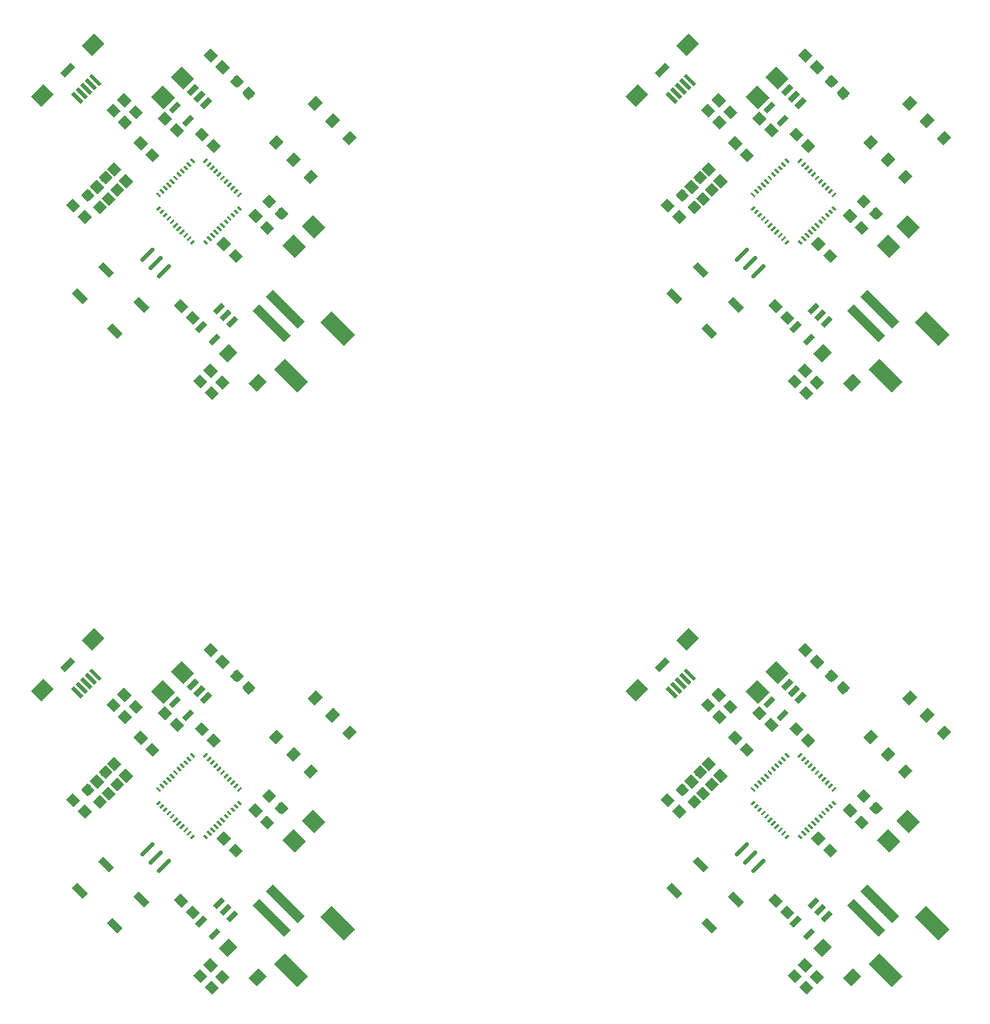
<source format=gtp>
G04 EAGLE Gerber RS-274X export*
G75*
%MOMM*%
%FSLAX34Y34*%
%LPD*%
%INSolderpaste Top*%
%IPPOS*%
%AMOC8*
5,1,8,0,0,1.08239X$1,22.5*%
G01*
%ADD10R,0.228600X0.546100*%
%ADD11R,0.550000X1.200000*%
%ADD12R,1.000000X4.600000*%
%ADD13R,3.400000X1.600000*%
%ADD14C,0.300000*%
%ADD15R,1.100000X1.000000*%
%ADD16R,1.000000X1.150000*%
%ADD17R,0.762000X1.524000*%
%ADD18R,1.600000X1.800000*%
%ADD19C,0.450000*%
%ADD20R,1.270000X1.470000*%
%ADD21R,0.400000X1.400000*%
%ADD22R,1.500000X1.800000*%
%ADD23R,0.700000X1.500000*%


D10*
G36*
X336432Y421272D02*
X334816Y422888D01*
X338676Y426748D01*
X340292Y425132D01*
X336432Y421272D01*
G37*
G36*
X339979Y417725D02*
X338363Y419341D01*
X342223Y423201D01*
X343839Y421585D01*
X339979Y417725D01*
G37*
G36*
X343347Y414357D02*
X341731Y415973D01*
X345591Y419833D01*
X347207Y418217D01*
X343347Y414357D01*
G37*
G36*
X346894Y410810D02*
X345278Y412426D01*
X349138Y416286D01*
X350754Y414670D01*
X346894Y410810D01*
G37*
G36*
X350261Y407442D02*
X348645Y409058D01*
X352505Y412918D01*
X354121Y411302D01*
X350261Y407442D01*
G37*
G36*
X353809Y403895D02*
X352193Y405511D01*
X356053Y409371D01*
X357669Y407755D01*
X353809Y403895D01*
G37*
G36*
X357356Y400348D02*
X355740Y401964D01*
X359600Y405824D01*
X361216Y404208D01*
X357356Y400348D01*
G37*
G36*
X360723Y396980D02*
X359107Y398596D01*
X362967Y402456D01*
X364583Y400840D01*
X360723Y396980D01*
G37*
G36*
X364271Y393433D02*
X362655Y395049D01*
X366515Y398909D01*
X368131Y397293D01*
X364271Y393433D01*
G37*
G36*
X367638Y390065D02*
X366022Y391681D01*
X369882Y395541D01*
X371498Y393925D01*
X367638Y390065D01*
G37*
G36*
X371185Y386518D02*
X369569Y388134D01*
X373429Y391994D01*
X375045Y390378D01*
X371185Y386518D01*
G37*
G36*
X291888Y388134D02*
X290272Y386518D01*
X286412Y390378D01*
X288028Y391994D01*
X291888Y388134D01*
G37*
G36*
X295435Y391681D02*
X293819Y390065D01*
X289959Y393925D01*
X291575Y395541D01*
X295435Y391681D01*
G37*
G36*
X298803Y395049D02*
X297187Y393433D01*
X293327Y397293D01*
X294943Y398909D01*
X298803Y395049D01*
G37*
G36*
X302350Y398596D02*
X300734Y396980D01*
X296874Y400840D01*
X298490Y402456D01*
X302350Y398596D01*
G37*
G36*
X305718Y401964D02*
X304102Y400348D01*
X300242Y404208D01*
X301858Y405824D01*
X305718Y401964D01*
G37*
G36*
X309265Y405511D02*
X307649Y403895D01*
X303789Y407755D01*
X305405Y409371D01*
X309265Y405511D01*
G37*
G36*
X312812Y409058D02*
X311196Y407442D01*
X307336Y411302D01*
X308952Y412918D01*
X312812Y409058D01*
G37*
G36*
X316180Y412426D02*
X314564Y410810D01*
X310704Y414670D01*
X312320Y416286D01*
X316180Y412426D01*
G37*
G36*
X319727Y415973D02*
X318111Y414357D01*
X314251Y418217D01*
X315867Y419833D01*
X319727Y415973D01*
G37*
G36*
X323095Y419341D02*
X321479Y417725D01*
X317619Y421585D01*
X319235Y423201D01*
X323095Y419341D01*
G37*
G36*
X326642Y422888D02*
X325026Y421272D01*
X321166Y425132D01*
X322782Y426748D01*
X326642Y422888D01*
G37*
G36*
X369569Y376728D02*
X371185Y378344D01*
X375045Y374484D01*
X373429Y372868D01*
X369569Y376728D01*
G37*
G36*
X366022Y373181D02*
X367638Y374797D01*
X371498Y370937D01*
X369882Y369321D01*
X366022Y373181D01*
G37*
G36*
X362655Y369813D02*
X364271Y371429D01*
X368131Y367569D01*
X366515Y365953D01*
X362655Y369813D01*
G37*
G36*
X359107Y366266D02*
X360723Y367882D01*
X364583Y364022D01*
X362967Y362406D01*
X359107Y366266D01*
G37*
G36*
X355740Y362899D02*
X357356Y364515D01*
X361216Y360655D01*
X359600Y359039D01*
X355740Y362899D01*
G37*
G36*
X352193Y359351D02*
X353809Y360967D01*
X357669Y357107D01*
X356053Y355491D01*
X352193Y359351D01*
G37*
G36*
X348645Y355804D02*
X350261Y357420D01*
X354121Y353560D01*
X352505Y351944D01*
X348645Y355804D01*
G37*
G36*
X345278Y352437D02*
X346894Y354053D01*
X350754Y350193D01*
X349138Y348577D01*
X345278Y352437D01*
G37*
G36*
X341731Y348889D02*
X343347Y350505D01*
X347207Y346645D01*
X345591Y345029D01*
X341731Y348889D01*
G37*
G36*
X338363Y345522D02*
X339979Y347138D01*
X343839Y343278D01*
X342223Y341662D01*
X338363Y345522D01*
G37*
G36*
X334816Y341975D02*
X336432Y343591D01*
X340292Y339731D01*
X338676Y338115D01*
X334816Y341975D01*
G37*
G36*
X325026Y343591D02*
X326642Y341975D01*
X322782Y338115D01*
X321166Y339731D01*
X325026Y343591D01*
G37*
G36*
X321479Y347138D02*
X323095Y345522D01*
X319235Y341662D01*
X317619Y343278D01*
X321479Y347138D01*
G37*
G36*
X318111Y350505D02*
X319727Y348889D01*
X315867Y345029D01*
X314251Y346645D01*
X318111Y350505D01*
G37*
G36*
X314564Y354053D02*
X316180Y352437D01*
X312320Y348577D01*
X310704Y350193D01*
X314564Y354053D01*
G37*
G36*
X311196Y357420D02*
X312812Y355804D01*
X308952Y351944D01*
X307336Y353560D01*
X311196Y357420D01*
G37*
G36*
X307649Y360967D02*
X309265Y359351D01*
X305405Y355491D01*
X303789Y357107D01*
X307649Y360967D01*
G37*
G36*
X304102Y364515D02*
X305718Y362899D01*
X301858Y359039D01*
X300242Y360655D01*
X304102Y364515D01*
G37*
G36*
X300734Y367882D02*
X302350Y366266D01*
X298490Y362406D01*
X296874Y364022D01*
X300734Y367882D01*
G37*
G36*
X297187Y371429D02*
X298803Y369813D01*
X294943Y365953D01*
X293327Y367569D01*
X297187Y371429D01*
G37*
G36*
X293819Y374797D02*
X295435Y373181D01*
X291575Y369321D01*
X289959Y370937D01*
X293819Y374797D01*
G37*
G36*
X290272Y378344D02*
X291888Y376728D01*
X288028Y372868D01*
X286412Y374484D01*
X290272Y378344D01*
G37*
D11*
G36*
X339957Y489877D02*
X343846Y485988D01*
X335361Y477503D01*
X331472Y481392D01*
X339957Y489877D01*
G37*
G36*
X333240Y496594D02*
X337129Y492705D01*
X328644Y484220D01*
X324755Y488109D01*
X333240Y496594D01*
G37*
G36*
X326522Y503312D02*
X330411Y499423D01*
X321926Y490938D01*
X318037Y494827D01*
X326522Y503312D01*
G37*
G36*
X308136Y484925D02*
X312025Y481036D01*
X303540Y472551D01*
X299651Y476440D01*
X308136Y484925D01*
G37*
G36*
X321571Y471490D02*
X325460Y467601D01*
X316975Y459116D01*
X313086Y463005D01*
X321571Y471490D01*
G37*
G36*
X366898Y265370D02*
X370787Y261481D01*
X362302Y252996D01*
X358413Y256885D01*
X366898Y265370D01*
G37*
G36*
X360180Y272088D02*
X364069Y268199D01*
X355584Y259714D01*
X351695Y263603D01*
X360180Y272088D01*
G37*
G36*
X353463Y278805D02*
X357352Y274916D01*
X348867Y266431D01*
X344978Y270320D01*
X353463Y278805D01*
G37*
G36*
X335077Y260419D02*
X338966Y256530D01*
X330481Y248045D01*
X326592Y251934D01*
X335077Y260419D01*
G37*
G36*
X348512Y246984D02*
X352401Y243095D01*
X343916Y234610D01*
X340027Y238499D01*
X348512Y246984D01*
G37*
D12*
G36*
X399602Y284708D02*
X406673Y291779D01*
X439198Y259254D01*
X432127Y252183D01*
X399602Y284708D01*
G37*
G36*
X385460Y270566D02*
X392531Y277637D01*
X425056Y245112D01*
X417985Y238041D01*
X385460Y270566D01*
G37*
D13*
G36*
X479503Y234505D02*
X455463Y258545D01*
X466777Y269859D01*
X490817Y245819D01*
X479503Y234505D01*
G37*
G36*
X431420Y186422D02*
X407380Y210462D01*
X418694Y221776D01*
X442734Y197736D01*
X431420Y186422D01*
G37*
D14*
X376882Y492973D02*
X381831Y497922D01*
X386780Y492973D01*
X381831Y488024D01*
X376882Y492973D01*
X378981Y490874D02*
X384681Y490874D01*
X386029Y493724D02*
X377633Y493724D01*
X380483Y496574D02*
X383179Y496574D01*
X369429Y510325D02*
X364480Y505376D01*
X369429Y510325D02*
X374378Y505376D01*
X369429Y500427D01*
X364480Y505376D01*
X366579Y503277D02*
X372279Y503277D01*
X373627Y506127D02*
X365231Y506127D01*
X368081Y508977D02*
X370777Y508977D01*
D15*
G36*
X323814Y270694D02*
X331591Y262917D01*
X324520Y255846D01*
X316743Y263623D01*
X323814Y270694D01*
G37*
G36*
X311793Y282714D02*
X319570Y274937D01*
X312499Y267866D01*
X304722Y275643D01*
X311793Y282714D01*
G37*
G36*
X354347Y527529D02*
X362124Y519752D01*
X355053Y512681D01*
X347276Y520458D01*
X354347Y527529D01*
G37*
G36*
X342326Y539550D02*
X350103Y531773D01*
X343032Y524702D01*
X335255Y532479D01*
X342326Y539550D01*
G37*
D16*
G36*
X410349Y450596D02*
X417420Y443525D01*
X409289Y435394D01*
X402218Y442465D01*
X410349Y450596D01*
G37*
G36*
X428026Y432918D02*
X435097Y425847D01*
X426966Y417716D01*
X419895Y424787D01*
X428026Y432918D01*
G37*
G36*
X445704Y415241D02*
X452775Y408170D01*
X444644Y400039D01*
X437573Y407110D01*
X445704Y415241D01*
G37*
G36*
X450300Y490547D02*
X457371Y483476D01*
X449240Y475345D01*
X442169Y482416D01*
X450300Y490547D01*
G37*
G36*
X467978Y472870D02*
X475049Y465799D01*
X466918Y457668D01*
X459847Y464739D01*
X467978Y472870D01*
G37*
G36*
X485655Y455192D02*
X492726Y448121D01*
X484595Y439990D01*
X477524Y447061D01*
X485655Y455192D01*
G37*
D17*
G36*
X236436Y252217D02*
X241824Y257605D01*
X252600Y246829D01*
X247212Y241441D01*
X236436Y252217D01*
G37*
G36*
X200515Y288139D02*
X205903Y293527D01*
X216679Y282751D01*
X211291Y277363D01*
X200515Y288139D01*
G37*
G36*
X263377Y279158D02*
X268765Y284546D01*
X279541Y273770D01*
X274153Y268382D01*
X263377Y279158D01*
G37*
G36*
X227456Y315079D02*
X232844Y320467D01*
X243620Y309691D01*
X238232Y304303D01*
X227456Y315079D01*
G37*
D15*
G36*
X296335Y460044D02*
X288558Y467821D01*
X295629Y474892D01*
X303406Y467115D01*
X296335Y460044D01*
G37*
G36*
X308355Y448023D02*
X300578Y455800D01*
X307649Y462871D01*
X315426Y455094D01*
X308355Y448023D01*
G37*
G36*
X213357Y373967D02*
X221134Y366190D01*
X214063Y359119D01*
X206286Y366896D01*
X213357Y373967D01*
G37*
G36*
X201336Y385987D02*
X209113Y378210D01*
X202042Y371139D01*
X194265Y378916D01*
X201336Y385987D01*
G37*
G36*
X254666Y470953D02*
X262443Y463176D01*
X255372Y456105D01*
X247595Y463882D01*
X254666Y470953D01*
G37*
G36*
X242645Y482974D02*
X250422Y475197D01*
X243351Y468126D01*
X235574Y475903D01*
X242645Y482974D01*
G37*
G36*
X265442Y481730D02*
X273219Y473953D01*
X266148Y466882D01*
X258371Y474659D01*
X265442Y481730D01*
G37*
G36*
X253421Y493750D02*
X261198Y485973D01*
X254127Y478902D01*
X246350Y486679D01*
X253421Y493750D01*
G37*
G36*
X244249Y407958D02*
X236472Y415735D01*
X243543Y422806D01*
X251320Y415029D01*
X244249Y407958D01*
G37*
G36*
X256270Y395938D02*
X248493Y403715D01*
X255564Y410786D01*
X263341Y403009D01*
X256270Y395938D01*
G37*
G36*
X226289Y389998D02*
X218512Y397775D01*
X225583Y404846D01*
X233360Y397069D01*
X226289Y389998D01*
G37*
G36*
X238309Y377977D02*
X230532Y385754D01*
X237603Y392825D01*
X245380Y385048D01*
X238309Y377977D01*
G37*
D14*
X234725Y401644D02*
X239674Y406593D01*
X234725Y401644D02*
X229776Y406593D01*
X234725Y411542D01*
X239674Y406593D01*
X237575Y404494D02*
X231875Y404494D01*
X230527Y407344D02*
X238923Y407344D01*
X236073Y410194D02*
X233377Y410194D01*
X252077Y394190D02*
X247128Y389241D01*
X242179Y394190D01*
X247128Y399139D01*
X252077Y394190D01*
X249978Y392091D02*
X244278Y392091D01*
X242930Y394941D02*
X251326Y394941D01*
X248476Y397791D02*
X245780Y397791D01*
X221713Y388633D02*
X216764Y383684D01*
X211815Y388633D01*
X216764Y393582D01*
X221713Y388633D01*
X219614Y386534D02*
X213914Y386534D01*
X212566Y389384D02*
X220962Y389384D01*
X218112Y392234D02*
X215416Y392234D01*
X234116Y376230D02*
X229167Y371281D01*
X224218Y376230D01*
X229167Y381179D01*
X234116Y376230D01*
X232017Y374131D02*
X226317Y374131D01*
X224969Y376981D02*
X233365Y376981D01*
X230515Y379831D02*
X227819Y379831D01*
X402656Y377397D02*
X407605Y382346D01*
X402656Y377397D02*
X397707Y382346D01*
X402656Y387295D01*
X407605Y382346D01*
X405506Y380247D02*
X399806Y380247D01*
X398458Y383097D02*
X406854Y383097D01*
X404004Y385947D02*
X401308Y385947D01*
X420007Y369944D02*
X415058Y364995D01*
X410109Y369944D01*
X415058Y374893D01*
X420007Y369944D01*
X417908Y367845D02*
X412208Y367845D01*
X410860Y370695D02*
X419256Y370695D01*
X416406Y373545D02*
X413710Y373545D01*
D15*
G36*
X400146Y363190D02*
X407923Y355413D01*
X400852Y348342D01*
X393075Y356119D01*
X400146Y363190D01*
G37*
G36*
X388125Y375211D02*
X395902Y367434D01*
X388831Y360363D01*
X381054Y368140D01*
X388125Y375211D01*
G37*
G36*
X367817Y334453D02*
X375594Y326676D01*
X368523Y319605D01*
X360746Y327382D01*
X367817Y334453D01*
G37*
G36*
X355796Y346474D02*
X363573Y338697D01*
X356502Y331626D01*
X348725Y339403D01*
X355796Y346474D01*
G37*
G36*
X345366Y446707D02*
X353143Y438930D01*
X346072Y431859D01*
X338295Y439636D01*
X345366Y446707D01*
G37*
G36*
X333346Y458727D02*
X341123Y450950D01*
X334052Y443879D01*
X326275Y451656D01*
X333346Y458727D01*
G37*
G36*
X343570Y193463D02*
X351347Y185686D01*
X344276Y178615D01*
X336499Y186392D01*
X343570Y193463D01*
G37*
G36*
X331550Y205484D02*
X339327Y197707D01*
X332256Y190636D01*
X324479Y198413D01*
X331550Y205484D01*
G37*
G36*
X271190Y434899D02*
X263413Y442676D01*
X270484Y449747D01*
X278261Y441970D01*
X271190Y434899D01*
G37*
G36*
X283211Y422878D02*
X275434Y430655D01*
X282505Y437726D01*
X290282Y429949D01*
X283211Y422878D01*
G37*
G36*
X354347Y204240D02*
X362124Y196463D01*
X355053Y189392D01*
X347276Y197169D01*
X354347Y204240D01*
G37*
G36*
X342326Y216261D02*
X350103Y208484D01*
X343032Y201413D01*
X335255Y209190D01*
X342326Y216261D01*
G37*
D18*
G36*
X301667Y509781D02*
X312980Y521094D01*
X325707Y508367D01*
X314394Y497054D01*
X301667Y509781D01*
G37*
G36*
X281868Y489982D02*
X293181Y501295D01*
X305908Y488568D01*
X294595Y477255D01*
X281868Y489982D01*
G37*
G36*
X436371Y357117D02*
X447684Y368430D01*
X460411Y355703D01*
X449098Y344390D01*
X436371Y357117D01*
G37*
G36*
X416572Y337318D02*
X427885Y348631D01*
X440612Y335904D01*
X429299Y324591D01*
X416572Y337318D01*
G37*
D19*
X299457Y316228D02*
X289169Y305940D01*
X280684Y314426D02*
X290972Y324714D01*
X282486Y333199D02*
X272198Y322911D01*
D20*
G36*
X390126Y186917D02*
X381146Y195897D01*
X391540Y206291D01*
X400520Y197311D01*
X390126Y186917D01*
G37*
G36*
X361134Y236696D02*
X370114Y227716D01*
X359720Y217322D01*
X350740Y226302D01*
X361134Y236696D01*
G37*
D21*
G36*
X221480Y494508D02*
X218652Y491680D01*
X208754Y501578D01*
X211582Y504406D01*
X221480Y494508D01*
G37*
G36*
X226076Y499104D02*
X223248Y496276D01*
X213350Y506174D01*
X216178Y509002D01*
X226076Y499104D01*
G37*
G36*
X230672Y503701D02*
X227844Y500873D01*
X217946Y510771D01*
X220774Y513599D01*
X230672Y503701D01*
G37*
G36*
X216884Y489912D02*
X214056Y487084D01*
X204158Y496982D01*
X206986Y499810D01*
X216884Y489912D01*
G37*
G36*
X212287Y485316D02*
X209459Y482488D01*
X199561Y492386D01*
X202389Y495214D01*
X212287Y485316D01*
G37*
D22*
G36*
X221015Y531518D02*
X210408Y542125D01*
X223135Y554852D01*
X233742Y544245D01*
X221015Y531518D01*
G37*
D23*
G36*
X193197Y509357D02*
X188247Y514307D01*
X198853Y524913D01*
X203803Y519963D01*
X193197Y509357D01*
G37*
D22*
G36*
X168915Y479418D02*
X158308Y490025D01*
X171035Y502752D01*
X181642Y492145D01*
X168915Y479418D01*
G37*
D10*
G36*
X946032Y421272D02*
X944416Y422888D01*
X948276Y426748D01*
X949892Y425132D01*
X946032Y421272D01*
G37*
G36*
X949579Y417725D02*
X947963Y419341D01*
X951823Y423201D01*
X953439Y421585D01*
X949579Y417725D01*
G37*
G36*
X952947Y414357D02*
X951331Y415973D01*
X955191Y419833D01*
X956807Y418217D01*
X952947Y414357D01*
G37*
G36*
X956494Y410810D02*
X954878Y412426D01*
X958738Y416286D01*
X960354Y414670D01*
X956494Y410810D01*
G37*
G36*
X959861Y407442D02*
X958245Y409058D01*
X962105Y412918D01*
X963721Y411302D01*
X959861Y407442D01*
G37*
G36*
X963409Y403895D02*
X961793Y405511D01*
X965653Y409371D01*
X967269Y407755D01*
X963409Y403895D01*
G37*
G36*
X966956Y400348D02*
X965340Y401964D01*
X969200Y405824D01*
X970816Y404208D01*
X966956Y400348D01*
G37*
G36*
X970323Y396980D02*
X968707Y398596D01*
X972567Y402456D01*
X974183Y400840D01*
X970323Y396980D01*
G37*
G36*
X973871Y393433D02*
X972255Y395049D01*
X976115Y398909D01*
X977731Y397293D01*
X973871Y393433D01*
G37*
G36*
X977238Y390065D02*
X975622Y391681D01*
X979482Y395541D01*
X981098Y393925D01*
X977238Y390065D01*
G37*
G36*
X980785Y386518D02*
X979169Y388134D01*
X983029Y391994D01*
X984645Y390378D01*
X980785Y386518D01*
G37*
G36*
X901488Y388134D02*
X899872Y386518D01*
X896012Y390378D01*
X897628Y391994D01*
X901488Y388134D01*
G37*
G36*
X905035Y391681D02*
X903419Y390065D01*
X899559Y393925D01*
X901175Y395541D01*
X905035Y391681D01*
G37*
G36*
X908403Y395049D02*
X906787Y393433D01*
X902927Y397293D01*
X904543Y398909D01*
X908403Y395049D01*
G37*
G36*
X911950Y398596D02*
X910334Y396980D01*
X906474Y400840D01*
X908090Y402456D01*
X911950Y398596D01*
G37*
G36*
X915318Y401964D02*
X913702Y400348D01*
X909842Y404208D01*
X911458Y405824D01*
X915318Y401964D01*
G37*
G36*
X918865Y405511D02*
X917249Y403895D01*
X913389Y407755D01*
X915005Y409371D01*
X918865Y405511D01*
G37*
G36*
X922412Y409058D02*
X920796Y407442D01*
X916936Y411302D01*
X918552Y412918D01*
X922412Y409058D01*
G37*
G36*
X925780Y412426D02*
X924164Y410810D01*
X920304Y414670D01*
X921920Y416286D01*
X925780Y412426D01*
G37*
G36*
X929327Y415973D02*
X927711Y414357D01*
X923851Y418217D01*
X925467Y419833D01*
X929327Y415973D01*
G37*
G36*
X932695Y419341D02*
X931079Y417725D01*
X927219Y421585D01*
X928835Y423201D01*
X932695Y419341D01*
G37*
G36*
X936242Y422888D02*
X934626Y421272D01*
X930766Y425132D01*
X932382Y426748D01*
X936242Y422888D01*
G37*
G36*
X979169Y376728D02*
X980785Y378344D01*
X984645Y374484D01*
X983029Y372868D01*
X979169Y376728D01*
G37*
G36*
X975622Y373181D02*
X977238Y374797D01*
X981098Y370937D01*
X979482Y369321D01*
X975622Y373181D01*
G37*
G36*
X972255Y369813D02*
X973871Y371429D01*
X977731Y367569D01*
X976115Y365953D01*
X972255Y369813D01*
G37*
G36*
X968707Y366266D02*
X970323Y367882D01*
X974183Y364022D01*
X972567Y362406D01*
X968707Y366266D01*
G37*
G36*
X965340Y362899D02*
X966956Y364515D01*
X970816Y360655D01*
X969200Y359039D01*
X965340Y362899D01*
G37*
G36*
X961793Y359351D02*
X963409Y360967D01*
X967269Y357107D01*
X965653Y355491D01*
X961793Y359351D01*
G37*
G36*
X958245Y355804D02*
X959861Y357420D01*
X963721Y353560D01*
X962105Y351944D01*
X958245Y355804D01*
G37*
G36*
X954878Y352437D02*
X956494Y354053D01*
X960354Y350193D01*
X958738Y348577D01*
X954878Y352437D01*
G37*
G36*
X951331Y348889D02*
X952947Y350505D01*
X956807Y346645D01*
X955191Y345029D01*
X951331Y348889D01*
G37*
G36*
X947963Y345522D02*
X949579Y347138D01*
X953439Y343278D01*
X951823Y341662D01*
X947963Y345522D01*
G37*
G36*
X944416Y341975D02*
X946032Y343591D01*
X949892Y339731D01*
X948276Y338115D01*
X944416Y341975D01*
G37*
G36*
X934626Y343591D02*
X936242Y341975D01*
X932382Y338115D01*
X930766Y339731D01*
X934626Y343591D01*
G37*
G36*
X931079Y347138D02*
X932695Y345522D01*
X928835Y341662D01*
X927219Y343278D01*
X931079Y347138D01*
G37*
G36*
X927711Y350505D02*
X929327Y348889D01*
X925467Y345029D01*
X923851Y346645D01*
X927711Y350505D01*
G37*
G36*
X924164Y354053D02*
X925780Y352437D01*
X921920Y348577D01*
X920304Y350193D01*
X924164Y354053D01*
G37*
G36*
X920796Y357420D02*
X922412Y355804D01*
X918552Y351944D01*
X916936Y353560D01*
X920796Y357420D01*
G37*
G36*
X917249Y360967D02*
X918865Y359351D01*
X915005Y355491D01*
X913389Y357107D01*
X917249Y360967D01*
G37*
G36*
X913702Y364515D02*
X915318Y362899D01*
X911458Y359039D01*
X909842Y360655D01*
X913702Y364515D01*
G37*
G36*
X910334Y367882D02*
X911950Y366266D01*
X908090Y362406D01*
X906474Y364022D01*
X910334Y367882D01*
G37*
G36*
X906787Y371429D02*
X908403Y369813D01*
X904543Y365953D01*
X902927Y367569D01*
X906787Y371429D01*
G37*
G36*
X903419Y374797D02*
X905035Y373181D01*
X901175Y369321D01*
X899559Y370937D01*
X903419Y374797D01*
G37*
G36*
X899872Y378344D02*
X901488Y376728D01*
X897628Y372868D01*
X896012Y374484D01*
X899872Y378344D01*
G37*
D11*
G36*
X949557Y489877D02*
X953446Y485988D01*
X944961Y477503D01*
X941072Y481392D01*
X949557Y489877D01*
G37*
G36*
X942840Y496594D02*
X946729Y492705D01*
X938244Y484220D01*
X934355Y488109D01*
X942840Y496594D01*
G37*
G36*
X936122Y503312D02*
X940011Y499423D01*
X931526Y490938D01*
X927637Y494827D01*
X936122Y503312D01*
G37*
G36*
X917736Y484925D02*
X921625Y481036D01*
X913140Y472551D01*
X909251Y476440D01*
X917736Y484925D01*
G37*
G36*
X931171Y471490D02*
X935060Y467601D01*
X926575Y459116D01*
X922686Y463005D01*
X931171Y471490D01*
G37*
G36*
X976498Y265370D02*
X980387Y261481D01*
X971902Y252996D01*
X968013Y256885D01*
X976498Y265370D01*
G37*
G36*
X969780Y272088D02*
X973669Y268199D01*
X965184Y259714D01*
X961295Y263603D01*
X969780Y272088D01*
G37*
G36*
X963063Y278805D02*
X966952Y274916D01*
X958467Y266431D01*
X954578Y270320D01*
X963063Y278805D01*
G37*
G36*
X944677Y260419D02*
X948566Y256530D01*
X940081Y248045D01*
X936192Y251934D01*
X944677Y260419D01*
G37*
G36*
X958112Y246984D02*
X962001Y243095D01*
X953516Y234610D01*
X949627Y238499D01*
X958112Y246984D01*
G37*
D12*
G36*
X1009202Y284708D02*
X1016273Y291779D01*
X1048798Y259254D01*
X1041727Y252183D01*
X1009202Y284708D01*
G37*
G36*
X995060Y270566D02*
X1002131Y277637D01*
X1034656Y245112D01*
X1027585Y238041D01*
X995060Y270566D01*
G37*
D13*
G36*
X1089103Y234505D02*
X1065063Y258545D01*
X1076377Y269859D01*
X1100417Y245819D01*
X1089103Y234505D01*
G37*
G36*
X1041020Y186422D02*
X1016980Y210462D01*
X1028294Y221776D01*
X1052334Y197736D01*
X1041020Y186422D01*
G37*
D14*
X986482Y492973D02*
X991431Y497922D01*
X996380Y492973D01*
X991431Y488024D01*
X986482Y492973D01*
X988581Y490874D02*
X994281Y490874D01*
X995629Y493724D02*
X987233Y493724D01*
X990083Y496574D02*
X992779Y496574D01*
X979029Y510325D02*
X974080Y505376D01*
X979029Y510325D02*
X983978Y505376D01*
X979029Y500427D01*
X974080Y505376D01*
X976179Y503277D02*
X981879Y503277D01*
X983227Y506127D02*
X974831Y506127D01*
X977681Y508977D02*
X980377Y508977D01*
D15*
G36*
X933414Y270694D02*
X941191Y262917D01*
X934120Y255846D01*
X926343Y263623D01*
X933414Y270694D01*
G37*
G36*
X921393Y282714D02*
X929170Y274937D01*
X922099Y267866D01*
X914322Y275643D01*
X921393Y282714D01*
G37*
G36*
X963947Y527529D02*
X971724Y519752D01*
X964653Y512681D01*
X956876Y520458D01*
X963947Y527529D01*
G37*
G36*
X951926Y539550D02*
X959703Y531773D01*
X952632Y524702D01*
X944855Y532479D01*
X951926Y539550D01*
G37*
D16*
G36*
X1019949Y450596D02*
X1027020Y443525D01*
X1018889Y435394D01*
X1011818Y442465D01*
X1019949Y450596D01*
G37*
G36*
X1037626Y432918D02*
X1044697Y425847D01*
X1036566Y417716D01*
X1029495Y424787D01*
X1037626Y432918D01*
G37*
G36*
X1055304Y415241D02*
X1062375Y408170D01*
X1054244Y400039D01*
X1047173Y407110D01*
X1055304Y415241D01*
G37*
G36*
X1059900Y490547D02*
X1066971Y483476D01*
X1058840Y475345D01*
X1051769Y482416D01*
X1059900Y490547D01*
G37*
G36*
X1077578Y472870D02*
X1084649Y465799D01*
X1076518Y457668D01*
X1069447Y464739D01*
X1077578Y472870D01*
G37*
G36*
X1095255Y455192D02*
X1102326Y448121D01*
X1094195Y439990D01*
X1087124Y447061D01*
X1095255Y455192D01*
G37*
D17*
G36*
X846036Y252217D02*
X851424Y257605D01*
X862200Y246829D01*
X856812Y241441D01*
X846036Y252217D01*
G37*
G36*
X810115Y288139D02*
X815503Y293527D01*
X826279Y282751D01*
X820891Y277363D01*
X810115Y288139D01*
G37*
G36*
X872977Y279158D02*
X878365Y284546D01*
X889141Y273770D01*
X883753Y268382D01*
X872977Y279158D01*
G37*
G36*
X837056Y315079D02*
X842444Y320467D01*
X853220Y309691D01*
X847832Y304303D01*
X837056Y315079D01*
G37*
D15*
G36*
X905935Y460044D02*
X898158Y467821D01*
X905229Y474892D01*
X913006Y467115D01*
X905935Y460044D01*
G37*
G36*
X917955Y448023D02*
X910178Y455800D01*
X917249Y462871D01*
X925026Y455094D01*
X917955Y448023D01*
G37*
G36*
X822957Y373967D02*
X830734Y366190D01*
X823663Y359119D01*
X815886Y366896D01*
X822957Y373967D01*
G37*
G36*
X810936Y385987D02*
X818713Y378210D01*
X811642Y371139D01*
X803865Y378916D01*
X810936Y385987D01*
G37*
G36*
X864266Y470953D02*
X872043Y463176D01*
X864972Y456105D01*
X857195Y463882D01*
X864266Y470953D01*
G37*
G36*
X852245Y482974D02*
X860022Y475197D01*
X852951Y468126D01*
X845174Y475903D01*
X852245Y482974D01*
G37*
G36*
X875042Y481730D02*
X882819Y473953D01*
X875748Y466882D01*
X867971Y474659D01*
X875042Y481730D01*
G37*
G36*
X863021Y493750D02*
X870798Y485973D01*
X863727Y478902D01*
X855950Y486679D01*
X863021Y493750D01*
G37*
G36*
X853849Y407958D02*
X846072Y415735D01*
X853143Y422806D01*
X860920Y415029D01*
X853849Y407958D01*
G37*
G36*
X865870Y395938D02*
X858093Y403715D01*
X865164Y410786D01*
X872941Y403009D01*
X865870Y395938D01*
G37*
G36*
X835889Y389998D02*
X828112Y397775D01*
X835183Y404846D01*
X842960Y397069D01*
X835889Y389998D01*
G37*
G36*
X847909Y377977D02*
X840132Y385754D01*
X847203Y392825D01*
X854980Y385048D01*
X847909Y377977D01*
G37*
D14*
X844325Y401644D02*
X849274Y406593D01*
X844325Y401644D02*
X839376Y406593D01*
X844325Y411542D01*
X849274Y406593D01*
X847175Y404494D02*
X841475Y404494D01*
X840127Y407344D02*
X848523Y407344D01*
X845673Y410194D02*
X842977Y410194D01*
X861677Y394190D02*
X856728Y389241D01*
X851779Y394190D01*
X856728Y399139D01*
X861677Y394190D01*
X859578Y392091D02*
X853878Y392091D01*
X852530Y394941D02*
X860926Y394941D01*
X858076Y397791D02*
X855380Y397791D01*
X831313Y388633D02*
X826364Y383684D01*
X821415Y388633D01*
X826364Y393582D01*
X831313Y388633D01*
X829214Y386534D02*
X823514Y386534D01*
X822166Y389384D02*
X830562Y389384D01*
X827712Y392234D02*
X825016Y392234D01*
X843716Y376230D02*
X838767Y371281D01*
X833818Y376230D01*
X838767Y381179D01*
X843716Y376230D01*
X841617Y374131D02*
X835917Y374131D01*
X834569Y376981D02*
X842965Y376981D01*
X840115Y379831D02*
X837419Y379831D01*
X1012256Y377397D02*
X1017205Y382346D01*
X1012256Y377397D02*
X1007307Y382346D01*
X1012256Y387295D01*
X1017205Y382346D01*
X1015106Y380247D02*
X1009406Y380247D01*
X1008058Y383097D02*
X1016454Y383097D01*
X1013604Y385947D02*
X1010908Y385947D01*
X1029607Y369944D02*
X1024658Y364995D01*
X1019709Y369944D01*
X1024658Y374893D01*
X1029607Y369944D01*
X1027508Y367845D02*
X1021808Y367845D01*
X1020460Y370695D02*
X1028856Y370695D01*
X1026006Y373545D02*
X1023310Y373545D01*
D15*
G36*
X1009746Y363190D02*
X1017523Y355413D01*
X1010452Y348342D01*
X1002675Y356119D01*
X1009746Y363190D01*
G37*
G36*
X997725Y375211D02*
X1005502Y367434D01*
X998431Y360363D01*
X990654Y368140D01*
X997725Y375211D01*
G37*
G36*
X977417Y334453D02*
X985194Y326676D01*
X978123Y319605D01*
X970346Y327382D01*
X977417Y334453D01*
G37*
G36*
X965396Y346474D02*
X973173Y338697D01*
X966102Y331626D01*
X958325Y339403D01*
X965396Y346474D01*
G37*
G36*
X954966Y446707D02*
X962743Y438930D01*
X955672Y431859D01*
X947895Y439636D01*
X954966Y446707D01*
G37*
G36*
X942946Y458727D02*
X950723Y450950D01*
X943652Y443879D01*
X935875Y451656D01*
X942946Y458727D01*
G37*
G36*
X953170Y193463D02*
X960947Y185686D01*
X953876Y178615D01*
X946099Y186392D01*
X953170Y193463D01*
G37*
G36*
X941150Y205484D02*
X948927Y197707D01*
X941856Y190636D01*
X934079Y198413D01*
X941150Y205484D01*
G37*
G36*
X880790Y434899D02*
X873013Y442676D01*
X880084Y449747D01*
X887861Y441970D01*
X880790Y434899D01*
G37*
G36*
X892811Y422878D02*
X885034Y430655D01*
X892105Y437726D01*
X899882Y429949D01*
X892811Y422878D01*
G37*
G36*
X963947Y204240D02*
X971724Y196463D01*
X964653Y189392D01*
X956876Y197169D01*
X963947Y204240D01*
G37*
G36*
X951926Y216261D02*
X959703Y208484D01*
X952632Y201413D01*
X944855Y209190D01*
X951926Y216261D01*
G37*
D18*
G36*
X911267Y509781D02*
X922580Y521094D01*
X935307Y508367D01*
X923994Y497054D01*
X911267Y509781D01*
G37*
G36*
X891468Y489982D02*
X902781Y501295D01*
X915508Y488568D01*
X904195Y477255D01*
X891468Y489982D01*
G37*
G36*
X1045971Y357117D02*
X1057284Y368430D01*
X1070011Y355703D01*
X1058698Y344390D01*
X1045971Y357117D01*
G37*
G36*
X1026172Y337318D02*
X1037485Y348631D01*
X1050212Y335904D01*
X1038899Y324591D01*
X1026172Y337318D01*
G37*
D19*
X909057Y316228D02*
X898769Y305940D01*
X890284Y314426D02*
X900572Y324714D01*
X892086Y333199D02*
X881798Y322911D01*
D20*
G36*
X999726Y186917D02*
X990746Y195897D01*
X1001140Y206291D01*
X1010120Y197311D01*
X999726Y186917D01*
G37*
G36*
X970734Y236696D02*
X979714Y227716D01*
X969320Y217322D01*
X960340Y226302D01*
X970734Y236696D01*
G37*
D21*
G36*
X831080Y494508D02*
X828252Y491680D01*
X818354Y501578D01*
X821182Y504406D01*
X831080Y494508D01*
G37*
G36*
X835676Y499104D02*
X832848Y496276D01*
X822950Y506174D01*
X825778Y509002D01*
X835676Y499104D01*
G37*
G36*
X840272Y503701D02*
X837444Y500873D01*
X827546Y510771D01*
X830374Y513599D01*
X840272Y503701D01*
G37*
G36*
X826484Y489912D02*
X823656Y487084D01*
X813758Y496982D01*
X816586Y499810D01*
X826484Y489912D01*
G37*
G36*
X821887Y485316D02*
X819059Y482488D01*
X809161Y492386D01*
X811989Y495214D01*
X821887Y485316D01*
G37*
D22*
G36*
X830615Y531518D02*
X820008Y542125D01*
X832735Y554852D01*
X843342Y544245D01*
X830615Y531518D01*
G37*
D23*
G36*
X802797Y509357D02*
X797847Y514307D01*
X808453Y524913D01*
X813403Y519963D01*
X802797Y509357D01*
G37*
D22*
G36*
X778515Y479418D02*
X767908Y490025D01*
X780635Y502752D01*
X791242Y492145D01*
X778515Y479418D01*
G37*
D10*
G36*
X946032Y1030872D02*
X944416Y1032488D01*
X948276Y1036348D01*
X949892Y1034732D01*
X946032Y1030872D01*
G37*
G36*
X949579Y1027325D02*
X947963Y1028941D01*
X951823Y1032801D01*
X953439Y1031185D01*
X949579Y1027325D01*
G37*
G36*
X952947Y1023957D02*
X951331Y1025573D01*
X955191Y1029433D01*
X956807Y1027817D01*
X952947Y1023957D01*
G37*
G36*
X956494Y1020410D02*
X954878Y1022026D01*
X958738Y1025886D01*
X960354Y1024270D01*
X956494Y1020410D01*
G37*
G36*
X959861Y1017042D02*
X958245Y1018658D01*
X962105Y1022518D01*
X963721Y1020902D01*
X959861Y1017042D01*
G37*
G36*
X963409Y1013495D02*
X961793Y1015111D01*
X965653Y1018971D01*
X967269Y1017355D01*
X963409Y1013495D01*
G37*
G36*
X966956Y1009948D02*
X965340Y1011564D01*
X969200Y1015424D01*
X970816Y1013808D01*
X966956Y1009948D01*
G37*
G36*
X970323Y1006580D02*
X968707Y1008196D01*
X972567Y1012056D01*
X974183Y1010440D01*
X970323Y1006580D01*
G37*
G36*
X973871Y1003033D02*
X972255Y1004649D01*
X976115Y1008509D01*
X977731Y1006893D01*
X973871Y1003033D01*
G37*
G36*
X977238Y999665D02*
X975622Y1001281D01*
X979482Y1005141D01*
X981098Y1003525D01*
X977238Y999665D01*
G37*
G36*
X980785Y996118D02*
X979169Y997734D01*
X983029Y1001594D01*
X984645Y999978D01*
X980785Y996118D01*
G37*
G36*
X901488Y997734D02*
X899872Y996118D01*
X896012Y999978D01*
X897628Y1001594D01*
X901488Y997734D01*
G37*
G36*
X905035Y1001281D02*
X903419Y999665D01*
X899559Y1003525D01*
X901175Y1005141D01*
X905035Y1001281D01*
G37*
G36*
X908403Y1004649D02*
X906787Y1003033D01*
X902927Y1006893D01*
X904543Y1008509D01*
X908403Y1004649D01*
G37*
G36*
X911950Y1008196D02*
X910334Y1006580D01*
X906474Y1010440D01*
X908090Y1012056D01*
X911950Y1008196D01*
G37*
G36*
X915318Y1011564D02*
X913702Y1009948D01*
X909842Y1013808D01*
X911458Y1015424D01*
X915318Y1011564D01*
G37*
G36*
X918865Y1015111D02*
X917249Y1013495D01*
X913389Y1017355D01*
X915005Y1018971D01*
X918865Y1015111D01*
G37*
G36*
X922412Y1018658D02*
X920796Y1017042D01*
X916936Y1020902D01*
X918552Y1022518D01*
X922412Y1018658D01*
G37*
G36*
X925780Y1022026D02*
X924164Y1020410D01*
X920304Y1024270D01*
X921920Y1025886D01*
X925780Y1022026D01*
G37*
G36*
X929327Y1025573D02*
X927711Y1023957D01*
X923851Y1027817D01*
X925467Y1029433D01*
X929327Y1025573D01*
G37*
G36*
X932695Y1028941D02*
X931079Y1027325D01*
X927219Y1031185D01*
X928835Y1032801D01*
X932695Y1028941D01*
G37*
G36*
X936242Y1032488D02*
X934626Y1030872D01*
X930766Y1034732D01*
X932382Y1036348D01*
X936242Y1032488D01*
G37*
G36*
X979169Y986328D02*
X980785Y987944D01*
X984645Y984084D01*
X983029Y982468D01*
X979169Y986328D01*
G37*
G36*
X975622Y982781D02*
X977238Y984397D01*
X981098Y980537D01*
X979482Y978921D01*
X975622Y982781D01*
G37*
G36*
X972255Y979413D02*
X973871Y981029D01*
X977731Y977169D01*
X976115Y975553D01*
X972255Y979413D01*
G37*
G36*
X968707Y975866D02*
X970323Y977482D01*
X974183Y973622D01*
X972567Y972006D01*
X968707Y975866D01*
G37*
G36*
X965340Y972499D02*
X966956Y974115D01*
X970816Y970255D01*
X969200Y968639D01*
X965340Y972499D01*
G37*
G36*
X961793Y968951D02*
X963409Y970567D01*
X967269Y966707D01*
X965653Y965091D01*
X961793Y968951D01*
G37*
G36*
X958245Y965404D02*
X959861Y967020D01*
X963721Y963160D01*
X962105Y961544D01*
X958245Y965404D01*
G37*
G36*
X954878Y962037D02*
X956494Y963653D01*
X960354Y959793D01*
X958738Y958177D01*
X954878Y962037D01*
G37*
G36*
X951331Y958489D02*
X952947Y960105D01*
X956807Y956245D01*
X955191Y954629D01*
X951331Y958489D01*
G37*
G36*
X947963Y955122D02*
X949579Y956738D01*
X953439Y952878D01*
X951823Y951262D01*
X947963Y955122D01*
G37*
G36*
X944416Y951575D02*
X946032Y953191D01*
X949892Y949331D01*
X948276Y947715D01*
X944416Y951575D01*
G37*
G36*
X934626Y953191D02*
X936242Y951575D01*
X932382Y947715D01*
X930766Y949331D01*
X934626Y953191D01*
G37*
G36*
X931079Y956738D02*
X932695Y955122D01*
X928835Y951262D01*
X927219Y952878D01*
X931079Y956738D01*
G37*
G36*
X927711Y960105D02*
X929327Y958489D01*
X925467Y954629D01*
X923851Y956245D01*
X927711Y960105D01*
G37*
G36*
X924164Y963653D02*
X925780Y962037D01*
X921920Y958177D01*
X920304Y959793D01*
X924164Y963653D01*
G37*
G36*
X920796Y967020D02*
X922412Y965404D01*
X918552Y961544D01*
X916936Y963160D01*
X920796Y967020D01*
G37*
G36*
X917249Y970567D02*
X918865Y968951D01*
X915005Y965091D01*
X913389Y966707D01*
X917249Y970567D01*
G37*
G36*
X913702Y974115D02*
X915318Y972499D01*
X911458Y968639D01*
X909842Y970255D01*
X913702Y974115D01*
G37*
G36*
X910334Y977482D02*
X911950Y975866D01*
X908090Y972006D01*
X906474Y973622D01*
X910334Y977482D01*
G37*
G36*
X906787Y981029D02*
X908403Y979413D01*
X904543Y975553D01*
X902927Y977169D01*
X906787Y981029D01*
G37*
G36*
X903419Y984397D02*
X905035Y982781D01*
X901175Y978921D01*
X899559Y980537D01*
X903419Y984397D01*
G37*
G36*
X899872Y987944D02*
X901488Y986328D01*
X897628Y982468D01*
X896012Y984084D01*
X899872Y987944D01*
G37*
D11*
G36*
X949557Y1099477D02*
X953446Y1095588D01*
X944961Y1087103D01*
X941072Y1090992D01*
X949557Y1099477D01*
G37*
G36*
X942840Y1106194D02*
X946729Y1102305D01*
X938244Y1093820D01*
X934355Y1097709D01*
X942840Y1106194D01*
G37*
G36*
X936122Y1112912D02*
X940011Y1109023D01*
X931526Y1100538D01*
X927637Y1104427D01*
X936122Y1112912D01*
G37*
G36*
X917736Y1094525D02*
X921625Y1090636D01*
X913140Y1082151D01*
X909251Y1086040D01*
X917736Y1094525D01*
G37*
G36*
X931171Y1081090D02*
X935060Y1077201D01*
X926575Y1068716D01*
X922686Y1072605D01*
X931171Y1081090D01*
G37*
G36*
X976498Y874970D02*
X980387Y871081D01*
X971902Y862596D01*
X968013Y866485D01*
X976498Y874970D01*
G37*
G36*
X969780Y881688D02*
X973669Y877799D01*
X965184Y869314D01*
X961295Y873203D01*
X969780Y881688D01*
G37*
G36*
X963063Y888405D02*
X966952Y884516D01*
X958467Y876031D01*
X954578Y879920D01*
X963063Y888405D01*
G37*
G36*
X944677Y870019D02*
X948566Y866130D01*
X940081Y857645D01*
X936192Y861534D01*
X944677Y870019D01*
G37*
G36*
X958112Y856584D02*
X962001Y852695D01*
X953516Y844210D01*
X949627Y848099D01*
X958112Y856584D01*
G37*
D12*
G36*
X1009202Y894308D02*
X1016273Y901379D01*
X1048798Y868854D01*
X1041727Y861783D01*
X1009202Y894308D01*
G37*
G36*
X995060Y880166D02*
X1002131Y887237D01*
X1034656Y854712D01*
X1027585Y847641D01*
X995060Y880166D01*
G37*
D13*
G36*
X1089103Y844105D02*
X1065063Y868145D01*
X1076377Y879459D01*
X1100417Y855419D01*
X1089103Y844105D01*
G37*
G36*
X1041020Y796022D02*
X1016980Y820062D01*
X1028294Y831376D01*
X1052334Y807336D01*
X1041020Y796022D01*
G37*
D14*
X986482Y1102573D02*
X991431Y1107522D01*
X996380Y1102573D01*
X991431Y1097624D01*
X986482Y1102573D01*
X988581Y1100474D02*
X994281Y1100474D01*
X995629Y1103324D02*
X987233Y1103324D01*
X990083Y1106174D02*
X992779Y1106174D01*
X979029Y1119925D02*
X974080Y1114976D01*
X979029Y1119925D02*
X983978Y1114976D01*
X979029Y1110027D01*
X974080Y1114976D01*
X976179Y1112877D02*
X981879Y1112877D01*
X983227Y1115727D02*
X974831Y1115727D01*
X977681Y1118577D02*
X980377Y1118577D01*
D15*
G36*
X933414Y880294D02*
X941191Y872517D01*
X934120Y865446D01*
X926343Y873223D01*
X933414Y880294D01*
G37*
G36*
X921393Y892314D02*
X929170Y884537D01*
X922099Y877466D01*
X914322Y885243D01*
X921393Y892314D01*
G37*
G36*
X963947Y1137129D02*
X971724Y1129352D01*
X964653Y1122281D01*
X956876Y1130058D01*
X963947Y1137129D01*
G37*
G36*
X951926Y1149150D02*
X959703Y1141373D01*
X952632Y1134302D01*
X944855Y1142079D01*
X951926Y1149150D01*
G37*
D16*
G36*
X1019949Y1060196D02*
X1027020Y1053125D01*
X1018889Y1044994D01*
X1011818Y1052065D01*
X1019949Y1060196D01*
G37*
G36*
X1037626Y1042518D02*
X1044697Y1035447D01*
X1036566Y1027316D01*
X1029495Y1034387D01*
X1037626Y1042518D01*
G37*
G36*
X1055304Y1024841D02*
X1062375Y1017770D01*
X1054244Y1009639D01*
X1047173Y1016710D01*
X1055304Y1024841D01*
G37*
G36*
X1059900Y1100147D02*
X1066971Y1093076D01*
X1058840Y1084945D01*
X1051769Y1092016D01*
X1059900Y1100147D01*
G37*
G36*
X1077578Y1082470D02*
X1084649Y1075399D01*
X1076518Y1067268D01*
X1069447Y1074339D01*
X1077578Y1082470D01*
G37*
G36*
X1095255Y1064792D02*
X1102326Y1057721D01*
X1094195Y1049590D01*
X1087124Y1056661D01*
X1095255Y1064792D01*
G37*
D17*
G36*
X846036Y861817D02*
X851424Y867205D01*
X862200Y856429D01*
X856812Y851041D01*
X846036Y861817D01*
G37*
G36*
X810115Y897739D02*
X815503Y903127D01*
X826279Y892351D01*
X820891Y886963D01*
X810115Y897739D01*
G37*
G36*
X872977Y888758D02*
X878365Y894146D01*
X889141Y883370D01*
X883753Y877982D01*
X872977Y888758D01*
G37*
G36*
X837056Y924679D02*
X842444Y930067D01*
X853220Y919291D01*
X847832Y913903D01*
X837056Y924679D01*
G37*
D15*
G36*
X905935Y1069644D02*
X898158Y1077421D01*
X905229Y1084492D01*
X913006Y1076715D01*
X905935Y1069644D01*
G37*
G36*
X917955Y1057623D02*
X910178Y1065400D01*
X917249Y1072471D01*
X925026Y1064694D01*
X917955Y1057623D01*
G37*
G36*
X822957Y983567D02*
X830734Y975790D01*
X823663Y968719D01*
X815886Y976496D01*
X822957Y983567D01*
G37*
G36*
X810936Y995587D02*
X818713Y987810D01*
X811642Y980739D01*
X803865Y988516D01*
X810936Y995587D01*
G37*
G36*
X864266Y1080553D02*
X872043Y1072776D01*
X864972Y1065705D01*
X857195Y1073482D01*
X864266Y1080553D01*
G37*
G36*
X852245Y1092574D02*
X860022Y1084797D01*
X852951Y1077726D01*
X845174Y1085503D01*
X852245Y1092574D01*
G37*
G36*
X875042Y1091330D02*
X882819Y1083553D01*
X875748Y1076482D01*
X867971Y1084259D01*
X875042Y1091330D01*
G37*
G36*
X863021Y1103350D02*
X870798Y1095573D01*
X863727Y1088502D01*
X855950Y1096279D01*
X863021Y1103350D01*
G37*
G36*
X853849Y1017558D02*
X846072Y1025335D01*
X853143Y1032406D01*
X860920Y1024629D01*
X853849Y1017558D01*
G37*
G36*
X865870Y1005538D02*
X858093Y1013315D01*
X865164Y1020386D01*
X872941Y1012609D01*
X865870Y1005538D01*
G37*
G36*
X835889Y999598D02*
X828112Y1007375D01*
X835183Y1014446D01*
X842960Y1006669D01*
X835889Y999598D01*
G37*
G36*
X847909Y987577D02*
X840132Y995354D01*
X847203Y1002425D01*
X854980Y994648D01*
X847909Y987577D01*
G37*
D14*
X844325Y1011244D02*
X849274Y1016193D01*
X844325Y1011244D02*
X839376Y1016193D01*
X844325Y1021142D01*
X849274Y1016193D01*
X847175Y1014094D02*
X841475Y1014094D01*
X840127Y1016944D02*
X848523Y1016944D01*
X845673Y1019794D02*
X842977Y1019794D01*
X861677Y1003790D02*
X856728Y998841D01*
X851779Y1003790D01*
X856728Y1008739D01*
X861677Y1003790D01*
X859578Y1001691D02*
X853878Y1001691D01*
X852530Y1004541D02*
X860926Y1004541D01*
X858076Y1007391D02*
X855380Y1007391D01*
X831313Y998233D02*
X826364Y993284D01*
X821415Y998233D01*
X826364Y1003182D01*
X831313Y998233D01*
X829214Y996134D02*
X823514Y996134D01*
X822166Y998984D02*
X830562Y998984D01*
X827712Y1001834D02*
X825016Y1001834D01*
X843716Y985830D02*
X838767Y980881D01*
X833818Y985830D01*
X838767Y990779D01*
X843716Y985830D01*
X841617Y983731D02*
X835917Y983731D01*
X834569Y986581D02*
X842965Y986581D01*
X840115Y989431D02*
X837419Y989431D01*
X1012256Y986997D02*
X1017205Y991946D01*
X1012256Y986997D02*
X1007307Y991946D01*
X1012256Y996895D01*
X1017205Y991946D01*
X1015106Y989847D02*
X1009406Y989847D01*
X1008058Y992697D02*
X1016454Y992697D01*
X1013604Y995547D02*
X1010908Y995547D01*
X1029607Y979544D02*
X1024658Y974595D01*
X1019709Y979544D01*
X1024658Y984493D01*
X1029607Y979544D01*
X1027508Y977445D02*
X1021808Y977445D01*
X1020460Y980295D02*
X1028856Y980295D01*
X1026006Y983145D02*
X1023310Y983145D01*
D15*
G36*
X1009746Y972790D02*
X1017523Y965013D01*
X1010452Y957942D01*
X1002675Y965719D01*
X1009746Y972790D01*
G37*
G36*
X997725Y984811D02*
X1005502Y977034D01*
X998431Y969963D01*
X990654Y977740D01*
X997725Y984811D01*
G37*
G36*
X977417Y944053D02*
X985194Y936276D01*
X978123Y929205D01*
X970346Y936982D01*
X977417Y944053D01*
G37*
G36*
X965396Y956074D02*
X973173Y948297D01*
X966102Y941226D01*
X958325Y949003D01*
X965396Y956074D01*
G37*
G36*
X954966Y1056307D02*
X962743Y1048530D01*
X955672Y1041459D01*
X947895Y1049236D01*
X954966Y1056307D01*
G37*
G36*
X942946Y1068327D02*
X950723Y1060550D01*
X943652Y1053479D01*
X935875Y1061256D01*
X942946Y1068327D01*
G37*
G36*
X953170Y803063D02*
X960947Y795286D01*
X953876Y788215D01*
X946099Y795992D01*
X953170Y803063D01*
G37*
G36*
X941150Y815084D02*
X948927Y807307D01*
X941856Y800236D01*
X934079Y808013D01*
X941150Y815084D01*
G37*
G36*
X880790Y1044499D02*
X873013Y1052276D01*
X880084Y1059347D01*
X887861Y1051570D01*
X880790Y1044499D01*
G37*
G36*
X892811Y1032478D02*
X885034Y1040255D01*
X892105Y1047326D01*
X899882Y1039549D01*
X892811Y1032478D01*
G37*
G36*
X963947Y813840D02*
X971724Y806063D01*
X964653Y798992D01*
X956876Y806769D01*
X963947Y813840D01*
G37*
G36*
X951926Y825861D02*
X959703Y818084D01*
X952632Y811013D01*
X944855Y818790D01*
X951926Y825861D01*
G37*
D18*
G36*
X911267Y1119381D02*
X922580Y1130694D01*
X935307Y1117967D01*
X923994Y1106654D01*
X911267Y1119381D01*
G37*
G36*
X891468Y1099582D02*
X902781Y1110895D01*
X915508Y1098168D01*
X904195Y1086855D01*
X891468Y1099582D01*
G37*
G36*
X1045971Y966717D02*
X1057284Y978030D01*
X1070011Y965303D01*
X1058698Y953990D01*
X1045971Y966717D01*
G37*
G36*
X1026172Y946918D02*
X1037485Y958231D01*
X1050212Y945504D01*
X1038899Y934191D01*
X1026172Y946918D01*
G37*
D19*
X909057Y925828D02*
X898769Y915540D01*
X890284Y924026D02*
X900572Y934314D01*
X892086Y942799D02*
X881798Y932511D01*
D20*
G36*
X999726Y796517D02*
X990746Y805497D01*
X1001140Y815891D01*
X1010120Y806911D01*
X999726Y796517D01*
G37*
G36*
X970734Y846296D02*
X979714Y837316D01*
X969320Y826922D01*
X960340Y835902D01*
X970734Y846296D01*
G37*
D21*
G36*
X831080Y1104108D02*
X828252Y1101280D01*
X818354Y1111178D01*
X821182Y1114006D01*
X831080Y1104108D01*
G37*
G36*
X835676Y1108704D02*
X832848Y1105876D01*
X822950Y1115774D01*
X825778Y1118602D01*
X835676Y1108704D01*
G37*
G36*
X840272Y1113301D02*
X837444Y1110473D01*
X827546Y1120371D01*
X830374Y1123199D01*
X840272Y1113301D01*
G37*
G36*
X826484Y1099512D02*
X823656Y1096684D01*
X813758Y1106582D01*
X816586Y1109410D01*
X826484Y1099512D01*
G37*
G36*
X821887Y1094916D02*
X819059Y1092088D01*
X809161Y1101986D01*
X811989Y1104814D01*
X821887Y1094916D01*
G37*
D22*
G36*
X830615Y1141118D02*
X820008Y1151725D01*
X832735Y1164452D01*
X843342Y1153845D01*
X830615Y1141118D01*
G37*
D23*
G36*
X802797Y1118957D02*
X797847Y1123907D01*
X808453Y1134513D01*
X813403Y1129563D01*
X802797Y1118957D01*
G37*
D22*
G36*
X778515Y1089018D02*
X767908Y1099625D01*
X780635Y1112352D01*
X791242Y1101745D01*
X778515Y1089018D01*
G37*
D10*
G36*
X336432Y1030872D02*
X334816Y1032488D01*
X338676Y1036348D01*
X340292Y1034732D01*
X336432Y1030872D01*
G37*
G36*
X339979Y1027325D02*
X338363Y1028941D01*
X342223Y1032801D01*
X343839Y1031185D01*
X339979Y1027325D01*
G37*
G36*
X343347Y1023957D02*
X341731Y1025573D01*
X345591Y1029433D01*
X347207Y1027817D01*
X343347Y1023957D01*
G37*
G36*
X346894Y1020410D02*
X345278Y1022026D01*
X349138Y1025886D01*
X350754Y1024270D01*
X346894Y1020410D01*
G37*
G36*
X350261Y1017042D02*
X348645Y1018658D01*
X352505Y1022518D01*
X354121Y1020902D01*
X350261Y1017042D01*
G37*
G36*
X353809Y1013495D02*
X352193Y1015111D01*
X356053Y1018971D01*
X357669Y1017355D01*
X353809Y1013495D01*
G37*
G36*
X357356Y1009948D02*
X355740Y1011564D01*
X359600Y1015424D01*
X361216Y1013808D01*
X357356Y1009948D01*
G37*
G36*
X360723Y1006580D02*
X359107Y1008196D01*
X362967Y1012056D01*
X364583Y1010440D01*
X360723Y1006580D01*
G37*
G36*
X364271Y1003033D02*
X362655Y1004649D01*
X366515Y1008509D01*
X368131Y1006893D01*
X364271Y1003033D01*
G37*
G36*
X367638Y999665D02*
X366022Y1001281D01*
X369882Y1005141D01*
X371498Y1003525D01*
X367638Y999665D01*
G37*
G36*
X371185Y996118D02*
X369569Y997734D01*
X373429Y1001594D01*
X375045Y999978D01*
X371185Y996118D01*
G37*
G36*
X291888Y997734D02*
X290272Y996118D01*
X286412Y999978D01*
X288028Y1001594D01*
X291888Y997734D01*
G37*
G36*
X295435Y1001281D02*
X293819Y999665D01*
X289959Y1003525D01*
X291575Y1005141D01*
X295435Y1001281D01*
G37*
G36*
X298803Y1004649D02*
X297187Y1003033D01*
X293327Y1006893D01*
X294943Y1008509D01*
X298803Y1004649D01*
G37*
G36*
X302350Y1008196D02*
X300734Y1006580D01*
X296874Y1010440D01*
X298490Y1012056D01*
X302350Y1008196D01*
G37*
G36*
X305718Y1011564D02*
X304102Y1009948D01*
X300242Y1013808D01*
X301858Y1015424D01*
X305718Y1011564D01*
G37*
G36*
X309265Y1015111D02*
X307649Y1013495D01*
X303789Y1017355D01*
X305405Y1018971D01*
X309265Y1015111D01*
G37*
G36*
X312812Y1018658D02*
X311196Y1017042D01*
X307336Y1020902D01*
X308952Y1022518D01*
X312812Y1018658D01*
G37*
G36*
X316180Y1022026D02*
X314564Y1020410D01*
X310704Y1024270D01*
X312320Y1025886D01*
X316180Y1022026D01*
G37*
G36*
X319727Y1025573D02*
X318111Y1023957D01*
X314251Y1027817D01*
X315867Y1029433D01*
X319727Y1025573D01*
G37*
G36*
X323095Y1028941D02*
X321479Y1027325D01*
X317619Y1031185D01*
X319235Y1032801D01*
X323095Y1028941D01*
G37*
G36*
X326642Y1032488D02*
X325026Y1030872D01*
X321166Y1034732D01*
X322782Y1036348D01*
X326642Y1032488D01*
G37*
G36*
X369569Y986328D02*
X371185Y987944D01*
X375045Y984084D01*
X373429Y982468D01*
X369569Y986328D01*
G37*
G36*
X366022Y982781D02*
X367638Y984397D01*
X371498Y980537D01*
X369882Y978921D01*
X366022Y982781D01*
G37*
G36*
X362655Y979413D02*
X364271Y981029D01*
X368131Y977169D01*
X366515Y975553D01*
X362655Y979413D01*
G37*
G36*
X359107Y975866D02*
X360723Y977482D01*
X364583Y973622D01*
X362967Y972006D01*
X359107Y975866D01*
G37*
G36*
X355740Y972499D02*
X357356Y974115D01*
X361216Y970255D01*
X359600Y968639D01*
X355740Y972499D01*
G37*
G36*
X352193Y968951D02*
X353809Y970567D01*
X357669Y966707D01*
X356053Y965091D01*
X352193Y968951D01*
G37*
G36*
X348645Y965404D02*
X350261Y967020D01*
X354121Y963160D01*
X352505Y961544D01*
X348645Y965404D01*
G37*
G36*
X345278Y962037D02*
X346894Y963653D01*
X350754Y959793D01*
X349138Y958177D01*
X345278Y962037D01*
G37*
G36*
X341731Y958489D02*
X343347Y960105D01*
X347207Y956245D01*
X345591Y954629D01*
X341731Y958489D01*
G37*
G36*
X338363Y955122D02*
X339979Y956738D01*
X343839Y952878D01*
X342223Y951262D01*
X338363Y955122D01*
G37*
G36*
X334816Y951575D02*
X336432Y953191D01*
X340292Y949331D01*
X338676Y947715D01*
X334816Y951575D01*
G37*
G36*
X325026Y953191D02*
X326642Y951575D01*
X322782Y947715D01*
X321166Y949331D01*
X325026Y953191D01*
G37*
G36*
X321479Y956738D02*
X323095Y955122D01*
X319235Y951262D01*
X317619Y952878D01*
X321479Y956738D01*
G37*
G36*
X318111Y960105D02*
X319727Y958489D01*
X315867Y954629D01*
X314251Y956245D01*
X318111Y960105D01*
G37*
G36*
X314564Y963653D02*
X316180Y962037D01*
X312320Y958177D01*
X310704Y959793D01*
X314564Y963653D01*
G37*
G36*
X311196Y967020D02*
X312812Y965404D01*
X308952Y961544D01*
X307336Y963160D01*
X311196Y967020D01*
G37*
G36*
X307649Y970567D02*
X309265Y968951D01*
X305405Y965091D01*
X303789Y966707D01*
X307649Y970567D01*
G37*
G36*
X304102Y974115D02*
X305718Y972499D01*
X301858Y968639D01*
X300242Y970255D01*
X304102Y974115D01*
G37*
G36*
X300734Y977482D02*
X302350Y975866D01*
X298490Y972006D01*
X296874Y973622D01*
X300734Y977482D01*
G37*
G36*
X297187Y981029D02*
X298803Y979413D01*
X294943Y975553D01*
X293327Y977169D01*
X297187Y981029D01*
G37*
G36*
X293819Y984397D02*
X295435Y982781D01*
X291575Y978921D01*
X289959Y980537D01*
X293819Y984397D01*
G37*
G36*
X290272Y987944D02*
X291888Y986328D01*
X288028Y982468D01*
X286412Y984084D01*
X290272Y987944D01*
G37*
D11*
G36*
X339957Y1099477D02*
X343846Y1095588D01*
X335361Y1087103D01*
X331472Y1090992D01*
X339957Y1099477D01*
G37*
G36*
X333240Y1106194D02*
X337129Y1102305D01*
X328644Y1093820D01*
X324755Y1097709D01*
X333240Y1106194D01*
G37*
G36*
X326522Y1112912D02*
X330411Y1109023D01*
X321926Y1100538D01*
X318037Y1104427D01*
X326522Y1112912D01*
G37*
G36*
X308136Y1094525D02*
X312025Y1090636D01*
X303540Y1082151D01*
X299651Y1086040D01*
X308136Y1094525D01*
G37*
G36*
X321571Y1081090D02*
X325460Y1077201D01*
X316975Y1068716D01*
X313086Y1072605D01*
X321571Y1081090D01*
G37*
G36*
X366898Y874970D02*
X370787Y871081D01*
X362302Y862596D01*
X358413Y866485D01*
X366898Y874970D01*
G37*
G36*
X360180Y881688D02*
X364069Y877799D01*
X355584Y869314D01*
X351695Y873203D01*
X360180Y881688D01*
G37*
G36*
X353463Y888405D02*
X357352Y884516D01*
X348867Y876031D01*
X344978Y879920D01*
X353463Y888405D01*
G37*
G36*
X335077Y870019D02*
X338966Y866130D01*
X330481Y857645D01*
X326592Y861534D01*
X335077Y870019D01*
G37*
G36*
X348512Y856584D02*
X352401Y852695D01*
X343916Y844210D01*
X340027Y848099D01*
X348512Y856584D01*
G37*
D12*
G36*
X399602Y894308D02*
X406673Y901379D01*
X439198Y868854D01*
X432127Y861783D01*
X399602Y894308D01*
G37*
G36*
X385460Y880166D02*
X392531Y887237D01*
X425056Y854712D01*
X417985Y847641D01*
X385460Y880166D01*
G37*
D13*
G36*
X479503Y844105D02*
X455463Y868145D01*
X466777Y879459D01*
X490817Y855419D01*
X479503Y844105D01*
G37*
G36*
X431420Y796022D02*
X407380Y820062D01*
X418694Y831376D01*
X442734Y807336D01*
X431420Y796022D01*
G37*
D14*
X376882Y1102573D02*
X381831Y1107522D01*
X386780Y1102573D01*
X381831Y1097624D01*
X376882Y1102573D01*
X378981Y1100474D02*
X384681Y1100474D01*
X386029Y1103324D02*
X377633Y1103324D01*
X380483Y1106174D02*
X383179Y1106174D01*
X369429Y1119925D02*
X364480Y1114976D01*
X369429Y1119925D02*
X374378Y1114976D01*
X369429Y1110027D01*
X364480Y1114976D01*
X366579Y1112877D02*
X372279Y1112877D01*
X373627Y1115727D02*
X365231Y1115727D01*
X368081Y1118577D02*
X370777Y1118577D01*
D15*
G36*
X323814Y880294D02*
X331591Y872517D01*
X324520Y865446D01*
X316743Y873223D01*
X323814Y880294D01*
G37*
G36*
X311793Y892314D02*
X319570Y884537D01*
X312499Y877466D01*
X304722Y885243D01*
X311793Y892314D01*
G37*
G36*
X354347Y1137129D02*
X362124Y1129352D01*
X355053Y1122281D01*
X347276Y1130058D01*
X354347Y1137129D01*
G37*
G36*
X342326Y1149150D02*
X350103Y1141373D01*
X343032Y1134302D01*
X335255Y1142079D01*
X342326Y1149150D01*
G37*
D16*
G36*
X410349Y1060196D02*
X417420Y1053125D01*
X409289Y1044994D01*
X402218Y1052065D01*
X410349Y1060196D01*
G37*
G36*
X428026Y1042518D02*
X435097Y1035447D01*
X426966Y1027316D01*
X419895Y1034387D01*
X428026Y1042518D01*
G37*
G36*
X445704Y1024841D02*
X452775Y1017770D01*
X444644Y1009639D01*
X437573Y1016710D01*
X445704Y1024841D01*
G37*
G36*
X450300Y1100147D02*
X457371Y1093076D01*
X449240Y1084945D01*
X442169Y1092016D01*
X450300Y1100147D01*
G37*
G36*
X467978Y1082470D02*
X475049Y1075399D01*
X466918Y1067268D01*
X459847Y1074339D01*
X467978Y1082470D01*
G37*
G36*
X485655Y1064792D02*
X492726Y1057721D01*
X484595Y1049590D01*
X477524Y1056661D01*
X485655Y1064792D01*
G37*
D17*
G36*
X236436Y861817D02*
X241824Y867205D01*
X252600Y856429D01*
X247212Y851041D01*
X236436Y861817D01*
G37*
G36*
X200515Y897739D02*
X205903Y903127D01*
X216679Y892351D01*
X211291Y886963D01*
X200515Y897739D01*
G37*
G36*
X263377Y888758D02*
X268765Y894146D01*
X279541Y883370D01*
X274153Y877982D01*
X263377Y888758D01*
G37*
G36*
X227456Y924679D02*
X232844Y930067D01*
X243620Y919291D01*
X238232Y913903D01*
X227456Y924679D01*
G37*
D15*
G36*
X296335Y1069644D02*
X288558Y1077421D01*
X295629Y1084492D01*
X303406Y1076715D01*
X296335Y1069644D01*
G37*
G36*
X308355Y1057623D02*
X300578Y1065400D01*
X307649Y1072471D01*
X315426Y1064694D01*
X308355Y1057623D01*
G37*
G36*
X213357Y983567D02*
X221134Y975790D01*
X214063Y968719D01*
X206286Y976496D01*
X213357Y983567D01*
G37*
G36*
X201336Y995587D02*
X209113Y987810D01*
X202042Y980739D01*
X194265Y988516D01*
X201336Y995587D01*
G37*
G36*
X254666Y1080553D02*
X262443Y1072776D01*
X255372Y1065705D01*
X247595Y1073482D01*
X254666Y1080553D01*
G37*
G36*
X242645Y1092574D02*
X250422Y1084797D01*
X243351Y1077726D01*
X235574Y1085503D01*
X242645Y1092574D01*
G37*
G36*
X265442Y1091330D02*
X273219Y1083553D01*
X266148Y1076482D01*
X258371Y1084259D01*
X265442Y1091330D01*
G37*
G36*
X253421Y1103350D02*
X261198Y1095573D01*
X254127Y1088502D01*
X246350Y1096279D01*
X253421Y1103350D01*
G37*
G36*
X244249Y1017558D02*
X236472Y1025335D01*
X243543Y1032406D01*
X251320Y1024629D01*
X244249Y1017558D01*
G37*
G36*
X256270Y1005538D02*
X248493Y1013315D01*
X255564Y1020386D01*
X263341Y1012609D01*
X256270Y1005538D01*
G37*
G36*
X226289Y999598D02*
X218512Y1007375D01*
X225583Y1014446D01*
X233360Y1006669D01*
X226289Y999598D01*
G37*
G36*
X238309Y987577D02*
X230532Y995354D01*
X237603Y1002425D01*
X245380Y994648D01*
X238309Y987577D01*
G37*
D14*
X234725Y1011244D02*
X239674Y1016193D01*
X234725Y1011244D02*
X229776Y1016193D01*
X234725Y1021142D01*
X239674Y1016193D01*
X237575Y1014094D02*
X231875Y1014094D01*
X230527Y1016944D02*
X238923Y1016944D01*
X236073Y1019794D02*
X233377Y1019794D01*
X252077Y1003790D02*
X247128Y998841D01*
X242179Y1003790D01*
X247128Y1008739D01*
X252077Y1003790D01*
X249978Y1001691D02*
X244278Y1001691D01*
X242930Y1004541D02*
X251326Y1004541D01*
X248476Y1007391D02*
X245780Y1007391D01*
X221713Y998233D02*
X216764Y993284D01*
X211815Y998233D01*
X216764Y1003182D01*
X221713Y998233D01*
X219614Y996134D02*
X213914Y996134D01*
X212566Y998984D02*
X220962Y998984D01*
X218112Y1001834D02*
X215416Y1001834D01*
X234116Y985830D02*
X229167Y980881D01*
X224218Y985830D01*
X229167Y990779D01*
X234116Y985830D01*
X232017Y983731D02*
X226317Y983731D01*
X224969Y986581D02*
X233365Y986581D01*
X230515Y989431D02*
X227819Y989431D01*
X402656Y986997D02*
X407605Y991946D01*
X402656Y986997D02*
X397707Y991946D01*
X402656Y996895D01*
X407605Y991946D01*
X405506Y989847D02*
X399806Y989847D01*
X398458Y992697D02*
X406854Y992697D01*
X404004Y995547D02*
X401308Y995547D01*
X420007Y979544D02*
X415058Y974595D01*
X410109Y979544D01*
X415058Y984493D01*
X420007Y979544D01*
X417908Y977445D02*
X412208Y977445D01*
X410860Y980295D02*
X419256Y980295D01*
X416406Y983145D02*
X413710Y983145D01*
D15*
G36*
X400146Y972790D02*
X407923Y965013D01*
X400852Y957942D01*
X393075Y965719D01*
X400146Y972790D01*
G37*
G36*
X388125Y984811D02*
X395902Y977034D01*
X388831Y969963D01*
X381054Y977740D01*
X388125Y984811D01*
G37*
G36*
X367817Y944053D02*
X375594Y936276D01*
X368523Y929205D01*
X360746Y936982D01*
X367817Y944053D01*
G37*
G36*
X355796Y956074D02*
X363573Y948297D01*
X356502Y941226D01*
X348725Y949003D01*
X355796Y956074D01*
G37*
G36*
X345366Y1056307D02*
X353143Y1048530D01*
X346072Y1041459D01*
X338295Y1049236D01*
X345366Y1056307D01*
G37*
G36*
X333346Y1068327D02*
X341123Y1060550D01*
X334052Y1053479D01*
X326275Y1061256D01*
X333346Y1068327D01*
G37*
G36*
X343570Y803063D02*
X351347Y795286D01*
X344276Y788215D01*
X336499Y795992D01*
X343570Y803063D01*
G37*
G36*
X331550Y815084D02*
X339327Y807307D01*
X332256Y800236D01*
X324479Y808013D01*
X331550Y815084D01*
G37*
G36*
X271190Y1044499D02*
X263413Y1052276D01*
X270484Y1059347D01*
X278261Y1051570D01*
X271190Y1044499D01*
G37*
G36*
X283211Y1032478D02*
X275434Y1040255D01*
X282505Y1047326D01*
X290282Y1039549D01*
X283211Y1032478D01*
G37*
G36*
X354347Y813840D02*
X362124Y806063D01*
X355053Y798992D01*
X347276Y806769D01*
X354347Y813840D01*
G37*
G36*
X342326Y825861D02*
X350103Y818084D01*
X343032Y811013D01*
X335255Y818790D01*
X342326Y825861D01*
G37*
D18*
G36*
X301667Y1119381D02*
X312980Y1130694D01*
X325707Y1117967D01*
X314394Y1106654D01*
X301667Y1119381D01*
G37*
G36*
X281868Y1099582D02*
X293181Y1110895D01*
X305908Y1098168D01*
X294595Y1086855D01*
X281868Y1099582D01*
G37*
G36*
X436371Y966717D02*
X447684Y978030D01*
X460411Y965303D01*
X449098Y953990D01*
X436371Y966717D01*
G37*
G36*
X416572Y946918D02*
X427885Y958231D01*
X440612Y945504D01*
X429299Y934191D01*
X416572Y946918D01*
G37*
D19*
X299457Y925828D02*
X289169Y915540D01*
X280684Y924026D02*
X290972Y934314D01*
X282486Y942799D02*
X272198Y932511D01*
D20*
G36*
X390126Y796517D02*
X381146Y805497D01*
X391540Y815891D01*
X400520Y806911D01*
X390126Y796517D01*
G37*
G36*
X361134Y846296D02*
X370114Y837316D01*
X359720Y826922D01*
X350740Y835902D01*
X361134Y846296D01*
G37*
D21*
G36*
X221480Y1104108D02*
X218652Y1101280D01*
X208754Y1111178D01*
X211582Y1114006D01*
X221480Y1104108D01*
G37*
G36*
X226076Y1108704D02*
X223248Y1105876D01*
X213350Y1115774D01*
X216178Y1118602D01*
X226076Y1108704D01*
G37*
G36*
X230672Y1113301D02*
X227844Y1110473D01*
X217946Y1120371D01*
X220774Y1123199D01*
X230672Y1113301D01*
G37*
G36*
X216884Y1099512D02*
X214056Y1096684D01*
X204158Y1106582D01*
X206986Y1109410D01*
X216884Y1099512D01*
G37*
G36*
X212287Y1094916D02*
X209459Y1092088D01*
X199561Y1101986D01*
X202389Y1104814D01*
X212287Y1094916D01*
G37*
D22*
G36*
X221015Y1141118D02*
X210408Y1151725D01*
X223135Y1164452D01*
X233742Y1153845D01*
X221015Y1141118D01*
G37*
D23*
G36*
X193197Y1118957D02*
X188247Y1123907D01*
X198853Y1134513D01*
X203803Y1129563D01*
X193197Y1118957D01*
G37*
D22*
G36*
X168915Y1089018D02*
X158308Y1099625D01*
X171035Y1112352D01*
X181642Y1101745D01*
X168915Y1089018D01*
G37*
M02*

</source>
